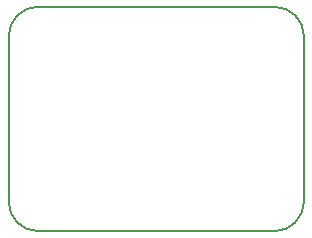
<source format=gm1>
G04 #@! TF.GenerationSoftware,KiCad,Pcbnew,(5.0.0)*
G04 #@! TF.CreationDate,2019-02-28T23:25:29+00:00*
G04 #@! TF.ProjectId,AS5600_I2C_v1,4153353630305F4932435F76312E6B69,rev?*
G04 #@! TF.SameCoordinates,Original*
G04 #@! TF.FileFunction,Profile,NP*
%FSLAX46Y46*%
G04 Gerber Fmt 4.6, Leading zero omitted, Abs format (unit mm)*
G04 Created by KiCad (PCBNEW (5.0.0)) date 02/28/19 23:25:29*
%MOMM*%
%LPD*%
G01*
G04 APERTURE LIST*
%ADD10C,0.200000*%
G04 APERTURE END LIST*
D10*
X172000000Y-56500000D02*
G75*
G02X174500000Y-59000000I0J-2500000D01*
G01*
X174500000Y-73000000D02*
G75*
G02X172000000Y-75500000I-2500000J0D01*
G01*
X152000000Y-75500000D02*
G75*
G02X149500000Y-73000000I0J2500000D01*
G01*
X149500000Y-59000000D02*
G75*
G02X152000000Y-56500000I2500000J0D01*
G01*
X172000000Y-56500000D02*
X152000000Y-56500000D01*
X174500000Y-73000000D02*
X174500000Y-59000000D01*
X152000000Y-75500000D02*
X172000000Y-75500000D01*
X149500000Y-59000000D02*
X149500000Y-73000000D01*
M02*

</source>
